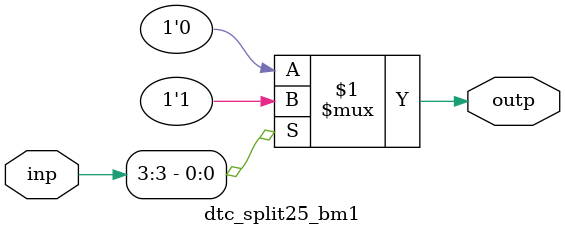
<source format=v>
module dtc_split25_bm1 (
	input  wire [6-1:0] inp,
	output wire [1-1:0] outp
);


	assign outp = (inp[3]) ? 1'b1 : 1'b0;

endmodule
</source>
